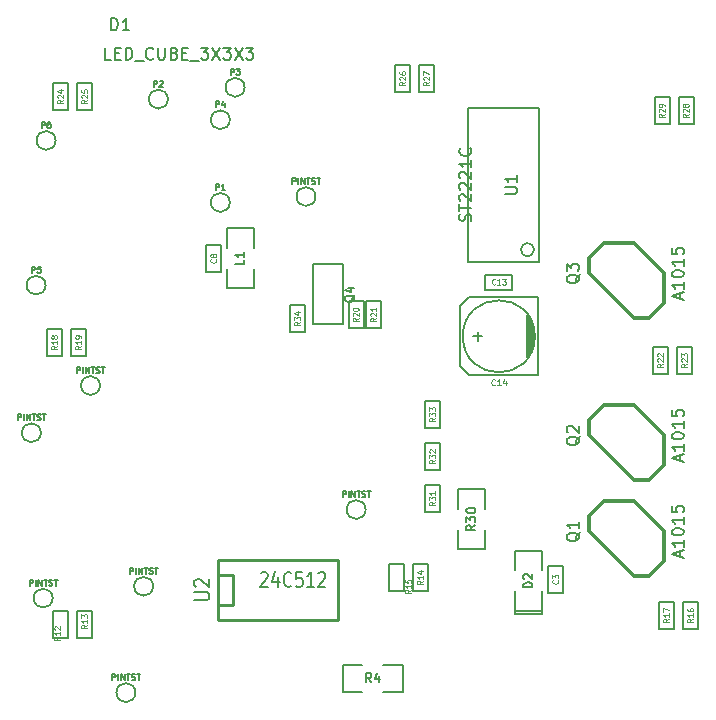
<source format=gto>
G04 (created by PCBNEW (2013-jul-07)-stable) date śro, 2 lis 2016, 23:07:26*
%MOIN*%
G04 Gerber Fmt 3.4, Leading zero omitted, Abs format*
%FSLAX34Y34*%
G01*
G70*
G90*
G04 APERTURE LIST*
%ADD10C,0.00590551*%
%ADD11C,0.012*%
%ADD12C,0.005*%
%ADD13C,0.01*%
%ADD14C,0.006*%
%ADD15C,0.008*%
%ADD16C,0.0055*%
%ADD17C,0.0051*%
%ADD18C,0.0045*%
%ADD19C,0.0047*%
G04 APERTURE END LIST*
G54D10*
G54D11*
X63266Y-35629D02*
X64766Y-37129D01*
X64766Y-37129D02*
X65266Y-37129D01*
X65266Y-37129D02*
X65766Y-36629D01*
X65766Y-36629D02*
X65766Y-35629D01*
X65766Y-35629D02*
X64766Y-34629D01*
X64766Y-34629D02*
X63766Y-34629D01*
X63766Y-34629D02*
X63266Y-35129D01*
X63266Y-35129D02*
X63266Y-35629D01*
X63266Y-41029D02*
X64766Y-42529D01*
X64766Y-42529D02*
X65266Y-42529D01*
X65266Y-42529D02*
X65766Y-42029D01*
X65766Y-42029D02*
X65766Y-41029D01*
X65766Y-41029D02*
X64766Y-40029D01*
X64766Y-40029D02*
X63766Y-40029D01*
X63766Y-40029D02*
X63266Y-40529D01*
X63266Y-40529D02*
X63266Y-41029D01*
X63266Y-44229D02*
X64766Y-45729D01*
X64766Y-45729D02*
X65266Y-45729D01*
X65266Y-45729D02*
X65766Y-45229D01*
X65766Y-45229D02*
X65766Y-44229D01*
X65766Y-44229D02*
X64766Y-43229D01*
X64766Y-43229D02*
X63766Y-43229D01*
X63766Y-43229D02*
X63266Y-43729D01*
X63266Y-43729D02*
X63266Y-44229D01*
G54D10*
X61614Y-35236D02*
X61614Y-35039D01*
X59251Y-35236D02*
X59251Y-35039D01*
X61440Y-34842D02*
G75*
G03X61440Y-34842I-220J0D01*
G74*
G01*
X59251Y-30118D02*
X61614Y-30118D01*
X61614Y-30118D02*
X61614Y-35039D01*
X61614Y-35236D02*
X59251Y-35236D01*
X59251Y-35039D02*
X59251Y-30118D01*
G54D12*
X51216Y-36129D02*
X52116Y-36129D01*
X52116Y-36129D02*
X52116Y-35479D01*
X51216Y-34779D02*
X51216Y-34129D01*
X51216Y-34129D02*
X52116Y-34129D01*
X52116Y-34129D02*
X52116Y-34779D01*
X51216Y-35479D02*
X51216Y-36129D01*
X57816Y-40779D02*
X57816Y-39879D01*
X57816Y-39879D02*
X58316Y-39879D01*
X58316Y-39879D02*
X58316Y-40779D01*
X58316Y-40779D02*
X57816Y-40779D01*
X58316Y-41279D02*
X58316Y-42179D01*
X58316Y-42179D02*
X57816Y-42179D01*
X57816Y-42179D02*
X57816Y-41279D01*
X57816Y-41279D02*
X58316Y-41279D01*
X57816Y-43579D02*
X57816Y-42679D01*
X57816Y-42679D02*
X58316Y-42679D01*
X58316Y-42679D02*
X58316Y-43579D01*
X58316Y-43579D02*
X57816Y-43579D01*
X51016Y-34679D02*
X51016Y-35579D01*
X51016Y-35579D02*
X50516Y-35579D01*
X50516Y-35579D02*
X50516Y-34679D01*
X50516Y-34679D02*
X51016Y-34679D01*
X53316Y-37579D02*
X53316Y-36679D01*
X53316Y-36679D02*
X53816Y-36679D01*
X53816Y-36679D02*
X53816Y-37579D01*
X53816Y-37579D02*
X53316Y-37579D01*
X57112Y-45313D02*
X57112Y-46213D01*
X57112Y-46213D02*
X56612Y-46213D01*
X56612Y-46213D02*
X56612Y-45313D01*
X56612Y-45313D02*
X57112Y-45313D01*
X46716Y-46879D02*
X46716Y-47779D01*
X46716Y-47779D02*
X46216Y-47779D01*
X46216Y-47779D02*
X46216Y-46879D01*
X46216Y-46879D02*
X46716Y-46879D01*
X57912Y-45313D02*
X57912Y-46213D01*
X57912Y-46213D02*
X57412Y-46213D01*
X57412Y-46213D02*
X57412Y-45313D01*
X57412Y-45313D02*
X57912Y-45313D01*
X45916Y-46879D02*
X45916Y-47779D01*
X45916Y-47779D02*
X45416Y-47779D01*
X45416Y-47779D02*
X45416Y-46879D01*
X45416Y-46879D02*
X45916Y-46879D01*
X46516Y-37479D02*
X46516Y-38379D01*
X46516Y-38379D02*
X46016Y-38379D01*
X46016Y-38379D02*
X46016Y-37479D01*
X46016Y-37479D02*
X46516Y-37479D01*
X66116Y-46574D02*
X66116Y-47474D01*
X66116Y-47474D02*
X65616Y-47474D01*
X65616Y-47474D02*
X65616Y-46574D01*
X65616Y-46574D02*
X66116Y-46574D01*
X45716Y-37479D02*
X45716Y-38379D01*
X45716Y-38379D02*
X45216Y-38379D01*
X45216Y-38379D02*
X45216Y-37479D01*
X45216Y-37479D02*
X45716Y-37479D01*
X66916Y-46574D02*
X66916Y-47474D01*
X66916Y-47474D02*
X66416Y-47474D01*
X66416Y-47474D02*
X66416Y-46574D01*
X66416Y-46574D02*
X66916Y-46574D01*
X66719Y-38072D02*
X66719Y-38972D01*
X66719Y-38972D02*
X66219Y-38972D01*
X66219Y-38972D02*
X66219Y-38072D01*
X66219Y-38072D02*
X66719Y-38072D01*
X56352Y-36557D02*
X56352Y-37457D01*
X56352Y-37457D02*
X55852Y-37457D01*
X55852Y-37457D02*
X55852Y-36557D01*
X55852Y-36557D02*
X56352Y-36557D01*
X65919Y-38072D02*
X65919Y-38972D01*
X65919Y-38972D02*
X65419Y-38972D01*
X65419Y-38972D02*
X65419Y-38072D01*
X65419Y-38072D02*
X65919Y-38072D01*
X55761Y-36557D02*
X55761Y-37457D01*
X55761Y-37457D02*
X55261Y-37457D01*
X55261Y-37457D02*
X55261Y-36557D01*
X55261Y-36557D02*
X55761Y-36557D01*
X46716Y-29279D02*
X46716Y-30179D01*
X46716Y-30179D02*
X46216Y-30179D01*
X46216Y-30179D02*
X46216Y-29279D01*
X46216Y-29279D02*
X46716Y-29279D01*
X60716Y-36179D02*
X59816Y-36179D01*
X59816Y-36179D02*
X59816Y-35679D01*
X59816Y-35679D02*
X60716Y-35679D01*
X60716Y-35679D02*
X60716Y-36179D01*
X66261Y-30658D02*
X66261Y-29758D01*
X66261Y-29758D02*
X66761Y-29758D01*
X66761Y-29758D02*
X66761Y-30658D01*
X66761Y-30658D02*
X66261Y-30658D01*
X65461Y-30658D02*
X65461Y-29758D01*
X65461Y-29758D02*
X65961Y-29758D01*
X65961Y-29758D02*
X65961Y-30658D01*
X65961Y-30658D02*
X65461Y-30658D01*
X45916Y-29279D02*
X45916Y-30179D01*
X45916Y-30179D02*
X45416Y-30179D01*
X45416Y-30179D02*
X45416Y-29279D01*
X45416Y-29279D02*
X45916Y-29279D01*
X56816Y-29579D02*
X56816Y-28679D01*
X56816Y-28679D02*
X57316Y-28679D01*
X57316Y-28679D02*
X57316Y-29579D01*
X57316Y-29579D02*
X56816Y-29579D01*
X57616Y-29579D02*
X57616Y-28679D01*
X57616Y-28679D02*
X58116Y-28679D01*
X58116Y-28679D02*
X58116Y-29579D01*
X58116Y-29579D02*
X57616Y-29579D01*
X61416Y-38029D02*
X61416Y-37429D01*
X61366Y-37279D02*
X61366Y-38179D01*
X61316Y-38279D02*
X61316Y-37179D01*
X61266Y-37079D02*
X61266Y-38379D01*
X61216Y-38429D02*
X61216Y-37029D01*
X61466Y-37729D02*
G75*
G03X61466Y-37729I-1200J0D01*
G74*
G01*
X61566Y-39029D02*
X61566Y-36429D01*
X61566Y-36429D02*
X59266Y-36429D01*
X59266Y-36429D02*
X58966Y-36729D01*
X58966Y-36729D02*
X58966Y-38729D01*
X58966Y-38729D02*
X59266Y-39029D01*
X59266Y-39029D02*
X61566Y-39029D01*
X59416Y-37729D02*
X59716Y-37729D01*
X59566Y-37879D02*
X59566Y-37579D01*
G54D13*
X50916Y-45679D02*
X51416Y-45679D01*
X51416Y-45679D02*
X51416Y-46679D01*
X51416Y-46679D02*
X50916Y-46679D01*
X50916Y-45179D02*
X54916Y-45179D01*
X54916Y-45179D02*
X54916Y-47179D01*
X54916Y-47179D02*
X50916Y-47179D01*
X50916Y-47179D02*
X50916Y-45179D01*
G54D14*
X54066Y-35329D02*
X55066Y-35329D01*
X55066Y-35329D02*
X55066Y-37329D01*
X55066Y-37329D02*
X54066Y-37329D01*
X54066Y-37329D02*
X54066Y-35329D01*
G54D12*
X57066Y-49579D02*
X57066Y-48679D01*
X57066Y-48679D02*
X56416Y-48679D01*
X55716Y-49579D02*
X55066Y-49579D01*
X55066Y-49579D02*
X55066Y-48679D01*
X55066Y-48679D02*
X55716Y-48679D01*
X56416Y-49579D02*
X57066Y-49579D01*
X58916Y-44829D02*
X59816Y-44829D01*
X59816Y-44829D02*
X59816Y-44179D01*
X58916Y-43479D02*
X58916Y-42829D01*
X58916Y-42829D02*
X59816Y-42829D01*
X59816Y-42829D02*
X59816Y-43479D01*
X58916Y-44179D02*
X58916Y-44829D01*
X51792Y-29429D02*
G75*
G03X51792Y-29429I-316J0D01*
G74*
G01*
X49233Y-29822D02*
G75*
G03X49233Y-29822I-316J0D01*
G74*
G01*
X51300Y-33267D02*
G75*
G03X51300Y-33267I-316J0D01*
G74*
G01*
X45158Y-36023D02*
G75*
G03X45158Y-36023I-316J0D01*
G74*
G01*
X45493Y-31200D02*
G75*
G03X45493Y-31200I-316J0D01*
G74*
G01*
X51300Y-30511D02*
G75*
G03X51300Y-30511I-316J0D01*
G74*
G01*
X62416Y-45379D02*
X62416Y-46279D01*
X62416Y-46279D02*
X61916Y-46279D01*
X61916Y-46279D02*
X61916Y-45379D01*
X61916Y-45379D02*
X62416Y-45379D01*
X60816Y-46879D02*
X60816Y-46979D01*
X60816Y-46979D02*
X61716Y-46979D01*
X61716Y-46979D02*
X61716Y-46879D01*
X60816Y-46879D02*
X61716Y-46879D01*
X61716Y-46879D02*
X61716Y-46229D01*
X60816Y-45529D02*
X60816Y-44879D01*
X60816Y-44879D02*
X61716Y-44879D01*
X61716Y-44879D02*
X61716Y-45529D01*
X60816Y-46229D02*
X60816Y-46879D01*
X45394Y-46456D02*
G75*
G03X45394Y-46456I-316J0D01*
G74*
G01*
X48150Y-49606D02*
G75*
G03X48150Y-49606I-316J0D01*
G74*
G01*
X46969Y-39370D02*
G75*
G03X46969Y-39370I-316J0D01*
G74*
G01*
X48741Y-46062D02*
G75*
G03X48741Y-46062I-316J0D01*
G74*
G01*
X54154Y-33070D02*
G75*
G03X54154Y-33070I-316J0D01*
G74*
G01*
X45001Y-40944D02*
G75*
G03X45001Y-40944I-316J0D01*
G74*
G01*
X55828Y-43503D02*
G75*
G03X55828Y-43503I-316J0D01*
G74*
G01*
G54D15*
X62966Y-35667D02*
X62947Y-35705D01*
X62908Y-35743D01*
X62851Y-35800D01*
X62832Y-35838D01*
X62832Y-35876D01*
X62928Y-35857D02*
X62908Y-35895D01*
X62870Y-35933D01*
X62794Y-35952D01*
X62661Y-35952D01*
X62585Y-35933D01*
X62547Y-35895D01*
X62528Y-35857D01*
X62528Y-35781D01*
X62547Y-35743D01*
X62585Y-35705D01*
X62661Y-35686D01*
X62794Y-35686D01*
X62870Y-35705D01*
X62908Y-35743D01*
X62928Y-35781D01*
X62928Y-35857D01*
X62528Y-35552D02*
X62528Y-35305D01*
X62680Y-35438D01*
X62680Y-35381D01*
X62699Y-35343D01*
X62718Y-35324D01*
X62756Y-35305D01*
X62851Y-35305D01*
X62889Y-35324D01*
X62908Y-35343D01*
X62928Y-35381D01*
X62928Y-35495D01*
X62908Y-35533D01*
X62889Y-35552D01*
X66313Y-36486D02*
X66313Y-36295D01*
X66428Y-36524D02*
X66028Y-36391D01*
X66428Y-36257D01*
X66428Y-35914D02*
X66428Y-36143D01*
X66428Y-36029D02*
X66028Y-36029D01*
X66085Y-36067D01*
X66123Y-36105D01*
X66142Y-36143D01*
X66028Y-35667D02*
X66028Y-35629D01*
X66047Y-35591D01*
X66066Y-35571D01*
X66104Y-35552D01*
X66180Y-35533D01*
X66275Y-35533D01*
X66351Y-35552D01*
X66389Y-35571D01*
X66408Y-35591D01*
X66428Y-35629D01*
X66428Y-35667D01*
X66408Y-35705D01*
X66389Y-35724D01*
X66351Y-35743D01*
X66275Y-35762D01*
X66180Y-35762D01*
X66104Y-35743D01*
X66066Y-35724D01*
X66047Y-35705D01*
X66028Y-35667D01*
X66428Y-35152D02*
X66428Y-35381D01*
X66428Y-35267D02*
X66028Y-35267D01*
X66085Y-35305D01*
X66123Y-35343D01*
X66142Y-35381D01*
X66028Y-34791D02*
X66028Y-34981D01*
X66218Y-35000D01*
X66199Y-34981D01*
X66180Y-34943D01*
X66180Y-34848D01*
X66199Y-34810D01*
X66218Y-34791D01*
X66256Y-34771D01*
X66351Y-34771D01*
X66389Y-34791D01*
X66408Y-34810D01*
X66428Y-34848D01*
X66428Y-34943D01*
X66408Y-34981D01*
X66389Y-35000D01*
X62966Y-41067D02*
X62947Y-41105D01*
X62908Y-41143D01*
X62851Y-41200D01*
X62832Y-41238D01*
X62832Y-41276D01*
X62928Y-41257D02*
X62908Y-41295D01*
X62870Y-41333D01*
X62794Y-41352D01*
X62661Y-41352D01*
X62585Y-41333D01*
X62547Y-41295D01*
X62528Y-41257D01*
X62528Y-41181D01*
X62547Y-41143D01*
X62585Y-41105D01*
X62661Y-41086D01*
X62794Y-41086D01*
X62870Y-41105D01*
X62908Y-41143D01*
X62928Y-41181D01*
X62928Y-41257D01*
X62566Y-40933D02*
X62547Y-40914D01*
X62528Y-40876D01*
X62528Y-40781D01*
X62547Y-40743D01*
X62566Y-40724D01*
X62604Y-40705D01*
X62642Y-40705D01*
X62699Y-40724D01*
X62928Y-40952D01*
X62928Y-40705D01*
X66313Y-41886D02*
X66313Y-41695D01*
X66428Y-41924D02*
X66028Y-41791D01*
X66428Y-41657D01*
X66428Y-41314D02*
X66428Y-41543D01*
X66428Y-41429D02*
X66028Y-41429D01*
X66085Y-41467D01*
X66123Y-41505D01*
X66142Y-41543D01*
X66028Y-41067D02*
X66028Y-41029D01*
X66047Y-40991D01*
X66066Y-40971D01*
X66104Y-40952D01*
X66180Y-40933D01*
X66275Y-40933D01*
X66351Y-40952D01*
X66389Y-40971D01*
X66408Y-40991D01*
X66428Y-41029D01*
X66428Y-41067D01*
X66408Y-41105D01*
X66389Y-41124D01*
X66351Y-41143D01*
X66275Y-41162D01*
X66180Y-41162D01*
X66104Y-41143D01*
X66066Y-41124D01*
X66047Y-41105D01*
X66028Y-41067D01*
X66428Y-40552D02*
X66428Y-40781D01*
X66428Y-40667D02*
X66028Y-40667D01*
X66085Y-40705D01*
X66123Y-40743D01*
X66142Y-40781D01*
X66028Y-40191D02*
X66028Y-40381D01*
X66218Y-40400D01*
X66199Y-40381D01*
X66180Y-40343D01*
X66180Y-40248D01*
X66199Y-40210D01*
X66218Y-40191D01*
X66256Y-40171D01*
X66351Y-40171D01*
X66389Y-40191D01*
X66408Y-40210D01*
X66428Y-40248D01*
X66428Y-40343D01*
X66408Y-40381D01*
X66389Y-40400D01*
X62966Y-44267D02*
X62947Y-44305D01*
X62908Y-44343D01*
X62851Y-44400D01*
X62832Y-44438D01*
X62832Y-44476D01*
X62928Y-44457D02*
X62908Y-44495D01*
X62870Y-44533D01*
X62794Y-44552D01*
X62661Y-44552D01*
X62585Y-44533D01*
X62547Y-44495D01*
X62528Y-44457D01*
X62528Y-44381D01*
X62547Y-44343D01*
X62585Y-44305D01*
X62661Y-44286D01*
X62794Y-44286D01*
X62870Y-44305D01*
X62908Y-44343D01*
X62928Y-44381D01*
X62928Y-44457D01*
X62928Y-43905D02*
X62928Y-44133D01*
X62928Y-44019D02*
X62528Y-44019D01*
X62585Y-44057D01*
X62623Y-44095D01*
X62642Y-44133D01*
X66313Y-45086D02*
X66313Y-44895D01*
X66428Y-45124D02*
X66028Y-44991D01*
X66428Y-44857D01*
X66428Y-44514D02*
X66428Y-44743D01*
X66428Y-44629D02*
X66028Y-44629D01*
X66085Y-44667D01*
X66123Y-44705D01*
X66142Y-44743D01*
X66028Y-44267D02*
X66028Y-44229D01*
X66047Y-44191D01*
X66066Y-44171D01*
X66104Y-44152D01*
X66180Y-44133D01*
X66275Y-44133D01*
X66351Y-44152D01*
X66389Y-44171D01*
X66408Y-44191D01*
X66428Y-44229D01*
X66428Y-44267D01*
X66408Y-44305D01*
X66389Y-44324D01*
X66351Y-44343D01*
X66275Y-44362D01*
X66180Y-44362D01*
X66104Y-44343D01*
X66066Y-44324D01*
X66047Y-44305D01*
X66028Y-44267D01*
X66428Y-43752D02*
X66428Y-43981D01*
X66428Y-43867D02*
X66028Y-43867D01*
X66085Y-43905D01*
X66123Y-43943D01*
X66142Y-43981D01*
X66028Y-43391D02*
X66028Y-43581D01*
X66218Y-43600D01*
X66199Y-43581D01*
X66180Y-43543D01*
X66180Y-43448D01*
X66199Y-43410D01*
X66218Y-43391D01*
X66256Y-43371D01*
X66351Y-43371D01*
X66389Y-43391D01*
X66408Y-43410D01*
X66428Y-43448D01*
X66428Y-43543D01*
X66408Y-43581D01*
X66389Y-43600D01*
G54D16*
X60473Y-32977D02*
X60792Y-32977D01*
X60830Y-32958D01*
X60848Y-32939D01*
X60867Y-32902D01*
X60867Y-32827D01*
X60848Y-32789D01*
X60830Y-32770D01*
X60792Y-32752D01*
X60473Y-32752D01*
X60867Y-32358D02*
X60867Y-32583D01*
X60867Y-32470D02*
X60473Y-32470D01*
X60529Y-32508D01*
X60567Y-32545D01*
X60586Y-32583D01*
G54D17*
X59323Y-33887D02*
X59342Y-33831D01*
X59342Y-33737D01*
X59323Y-33699D01*
X59305Y-33680D01*
X59267Y-33662D01*
X59229Y-33662D01*
X59192Y-33680D01*
X59173Y-33699D01*
X59154Y-33737D01*
X59136Y-33812D01*
X59117Y-33849D01*
X59098Y-33868D01*
X59061Y-33887D01*
X59023Y-33887D01*
X58986Y-33868D01*
X58967Y-33849D01*
X58948Y-33812D01*
X58948Y-33718D01*
X58967Y-33662D01*
X58948Y-33549D02*
X58948Y-33324D01*
X59342Y-33437D02*
X58948Y-33437D01*
X58986Y-33211D02*
X58967Y-33193D01*
X58948Y-33155D01*
X58948Y-33061D01*
X58967Y-33024D01*
X58986Y-33005D01*
X59023Y-32986D01*
X59061Y-32986D01*
X59117Y-33005D01*
X59342Y-33230D01*
X59342Y-32986D01*
X58986Y-32836D02*
X58967Y-32817D01*
X58948Y-32780D01*
X58948Y-32686D01*
X58967Y-32649D01*
X58986Y-32630D01*
X59023Y-32611D01*
X59061Y-32611D01*
X59117Y-32630D01*
X59342Y-32855D01*
X59342Y-32611D01*
X58986Y-32461D02*
X58967Y-32442D01*
X58948Y-32405D01*
X58948Y-32311D01*
X58967Y-32273D01*
X58986Y-32255D01*
X59023Y-32236D01*
X59061Y-32236D01*
X59117Y-32255D01*
X59342Y-32480D01*
X59342Y-32236D01*
X59342Y-31861D02*
X59342Y-32086D01*
X59342Y-31973D02*
X58948Y-31973D01*
X59004Y-32011D01*
X59042Y-32048D01*
X59061Y-32086D01*
X59305Y-31467D02*
X59323Y-31485D01*
X59342Y-31542D01*
X59342Y-31579D01*
X59323Y-31635D01*
X59286Y-31673D01*
X59248Y-31692D01*
X59173Y-31710D01*
X59117Y-31710D01*
X59042Y-31692D01*
X59004Y-31673D01*
X58967Y-31635D01*
X58948Y-31579D01*
X58948Y-31542D01*
X58967Y-31485D01*
X58986Y-31467D01*
G54D12*
X51787Y-35179D02*
X51787Y-35321D01*
X51487Y-35321D01*
X51787Y-34921D02*
X51787Y-35093D01*
X51787Y-35007D02*
X51487Y-35007D01*
X51530Y-35036D01*
X51558Y-35064D01*
X51573Y-35093D01*
G54D18*
X58147Y-40444D02*
X58051Y-40504D01*
X58147Y-40547D02*
X57947Y-40547D01*
X57947Y-40479D01*
X57956Y-40461D01*
X57966Y-40453D01*
X57985Y-40444D01*
X58013Y-40444D01*
X58032Y-40453D01*
X58042Y-40461D01*
X58051Y-40479D01*
X58051Y-40547D01*
X57947Y-40384D02*
X57947Y-40273D01*
X58023Y-40333D01*
X58023Y-40307D01*
X58032Y-40290D01*
X58042Y-40281D01*
X58061Y-40273D01*
X58108Y-40273D01*
X58128Y-40281D01*
X58137Y-40290D01*
X58147Y-40307D01*
X58147Y-40359D01*
X58137Y-40376D01*
X58128Y-40384D01*
X57947Y-40213D02*
X57947Y-40101D01*
X58023Y-40161D01*
X58023Y-40136D01*
X58032Y-40119D01*
X58042Y-40110D01*
X58061Y-40101D01*
X58108Y-40101D01*
X58128Y-40110D01*
X58137Y-40119D01*
X58147Y-40136D01*
X58147Y-40187D01*
X58137Y-40204D01*
X58128Y-40213D01*
X58147Y-41844D02*
X58051Y-41904D01*
X58147Y-41947D02*
X57947Y-41947D01*
X57947Y-41879D01*
X57956Y-41861D01*
X57966Y-41853D01*
X57985Y-41844D01*
X58013Y-41844D01*
X58032Y-41853D01*
X58042Y-41861D01*
X58051Y-41879D01*
X58051Y-41947D01*
X57947Y-41784D02*
X57947Y-41673D01*
X58023Y-41733D01*
X58023Y-41707D01*
X58032Y-41690D01*
X58042Y-41681D01*
X58061Y-41673D01*
X58108Y-41673D01*
X58128Y-41681D01*
X58137Y-41690D01*
X58147Y-41707D01*
X58147Y-41759D01*
X58137Y-41776D01*
X58128Y-41784D01*
X57966Y-41604D02*
X57956Y-41596D01*
X57947Y-41579D01*
X57947Y-41536D01*
X57956Y-41519D01*
X57966Y-41510D01*
X57985Y-41501D01*
X58004Y-41501D01*
X58032Y-41510D01*
X58147Y-41613D01*
X58147Y-41501D01*
X58147Y-43244D02*
X58051Y-43304D01*
X58147Y-43347D02*
X57947Y-43347D01*
X57947Y-43279D01*
X57956Y-43261D01*
X57966Y-43253D01*
X57985Y-43244D01*
X58013Y-43244D01*
X58032Y-43253D01*
X58042Y-43261D01*
X58051Y-43279D01*
X58051Y-43347D01*
X57947Y-43184D02*
X57947Y-43073D01*
X58023Y-43133D01*
X58023Y-43107D01*
X58032Y-43090D01*
X58042Y-43081D01*
X58061Y-43073D01*
X58108Y-43073D01*
X58128Y-43081D01*
X58137Y-43090D01*
X58147Y-43107D01*
X58147Y-43159D01*
X58137Y-43176D01*
X58128Y-43184D01*
X58147Y-42901D02*
X58147Y-43004D01*
X58147Y-42953D02*
X57947Y-42953D01*
X57975Y-42970D01*
X57994Y-42987D01*
X58004Y-43004D01*
X50828Y-35159D02*
X50837Y-35167D01*
X50847Y-35193D01*
X50847Y-35210D01*
X50837Y-35236D01*
X50818Y-35253D01*
X50799Y-35261D01*
X50761Y-35270D01*
X50732Y-35270D01*
X50694Y-35261D01*
X50675Y-35253D01*
X50656Y-35236D01*
X50647Y-35210D01*
X50647Y-35193D01*
X50656Y-35167D01*
X50666Y-35159D01*
X50732Y-35056D02*
X50723Y-35073D01*
X50713Y-35081D01*
X50694Y-35090D01*
X50685Y-35090D01*
X50666Y-35081D01*
X50656Y-35073D01*
X50647Y-35056D01*
X50647Y-35021D01*
X50656Y-35004D01*
X50666Y-34996D01*
X50685Y-34987D01*
X50694Y-34987D01*
X50713Y-34996D01*
X50723Y-35004D01*
X50732Y-35021D01*
X50732Y-35056D01*
X50742Y-35073D01*
X50751Y-35081D01*
X50770Y-35090D01*
X50808Y-35090D01*
X50828Y-35081D01*
X50837Y-35073D01*
X50847Y-35056D01*
X50847Y-35021D01*
X50837Y-35004D01*
X50828Y-34996D01*
X50808Y-34987D01*
X50770Y-34987D01*
X50751Y-34996D01*
X50742Y-35004D01*
X50732Y-35021D01*
X53647Y-37244D02*
X53551Y-37304D01*
X53647Y-37347D02*
X53447Y-37347D01*
X53447Y-37279D01*
X53456Y-37261D01*
X53466Y-37253D01*
X53485Y-37244D01*
X53513Y-37244D01*
X53532Y-37253D01*
X53542Y-37261D01*
X53551Y-37279D01*
X53551Y-37347D01*
X53447Y-37184D02*
X53447Y-37073D01*
X53523Y-37133D01*
X53523Y-37107D01*
X53532Y-37090D01*
X53542Y-37081D01*
X53561Y-37073D01*
X53608Y-37073D01*
X53628Y-37081D01*
X53637Y-37090D01*
X53647Y-37107D01*
X53647Y-37159D01*
X53637Y-37176D01*
X53628Y-37184D01*
X53513Y-36919D02*
X53647Y-36919D01*
X53437Y-36961D02*
X53580Y-37004D01*
X53580Y-36893D01*
X57343Y-46179D02*
X57248Y-46239D01*
X57343Y-46282D02*
X57143Y-46282D01*
X57143Y-46213D01*
X57153Y-46196D01*
X57162Y-46188D01*
X57182Y-46179D01*
X57210Y-46179D01*
X57229Y-46188D01*
X57239Y-46196D01*
X57248Y-46213D01*
X57248Y-46282D01*
X57343Y-46008D02*
X57343Y-46110D01*
X57343Y-46059D02*
X57143Y-46059D01*
X57172Y-46076D01*
X57191Y-46093D01*
X57201Y-46110D01*
X57143Y-45845D02*
X57143Y-45930D01*
X57239Y-45939D01*
X57229Y-45930D01*
X57220Y-45913D01*
X57220Y-45870D01*
X57229Y-45853D01*
X57239Y-45845D01*
X57258Y-45836D01*
X57305Y-45836D01*
X57324Y-45845D01*
X57334Y-45853D01*
X57343Y-45870D01*
X57343Y-45913D01*
X57334Y-45930D01*
X57324Y-45939D01*
X46547Y-47344D02*
X46451Y-47404D01*
X46547Y-47447D02*
X46347Y-47447D01*
X46347Y-47379D01*
X46356Y-47361D01*
X46366Y-47353D01*
X46385Y-47344D01*
X46413Y-47344D01*
X46432Y-47353D01*
X46442Y-47361D01*
X46451Y-47379D01*
X46451Y-47447D01*
X46547Y-47173D02*
X46547Y-47276D01*
X46547Y-47224D02*
X46347Y-47224D01*
X46375Y-47241D01*
X46394Y-47259D01*
X46404Y-47276D01*
X46347Y-47113D02*
X46347Y-47001D01*
X46423Y-47061D01*
X46423Y-47036D01*
X46432Y-47019D01*
X46442Y-47010D01*
X46461Y-47001D01*
X46508Y-47001D01*
X46528Y-47010D01*
X46537Y-47019D01*
X46547Y-47036D01*
X46547Y-47087D01*
X46537Y-47104D01*
X46528Y-47113D01*
X57743Y-45879D02*
X57648Y-45939D01*
X57743Y-45982D02*
X57543Y-45982D01*
X57543Y-45913D01*
X57553Y-45896D01*
X57562Y-45888D01*
X57582Y-45879D01*
X57610Y-45879D01*
X57629Y-45888D01*
X57639Y-45896D01*
X57648Y-45913D01*
X57648Y-45982D01*
X57743Y-45708D02*
X57743Y-45810D01*
X57743Y-45759D02*
X57543Y-45759D01*
X57572Y-45776D01*
X57591Y-45793D01*
X57601Y-45810D01*
X57610Y-45553D02*
X57743Y-45553D01*
X57534Y-45596D02*
X57677Y-45639D01*
X57677Y-45528D01*
X45647Y-47744D02*
X45551Y-47804D01*
X45647Y-47847D02*
X45447Y-47847D01*
X45447Y-47779D01*
X45456Y-47761D01*
X45466Y-47753D01*
X45485Y-47744D01*
X45513Y-47744D01*
X45532Y-47753D01*
X45542Y-47761D01*
X45551Y-47779D01*
X45551Y-47847D01*
X45647Y-47573D02*
X45647Y-47676D01*
X45647Y-47624D02*
X45447Y-47624D01*
X45475Y-47641D01*
X45494Y-47659D01*
X45504Y-47676D01*
X45466Y-47504D02*
X45456Y-47496D01*
X45447Y-47479D01*
X45447Y-47436D01*
X45456Y-47419D01*
X45466Y-47410D01*
X45485Y-47401D01*
X45504Y-47401D01*
X45532Y-47410D01*
X45647Y-47513D01*
X45647Y-47401D01*
X46347Y-38044D02*
X46251Y-38104D01*
X46347Y-38147D02*
X46147Y-38147D01*
X46147Y-38079D01*
X46156Y-38061D01*
X46166Y-38053D01*
X46185Y-38044D01*
X46213Y-38044D01*
X46232Y-38053D01*
X46242Y-38061D01*
X46251Y-38079D01*
X46251Y-38147D01*
X46347Y-37873D02*
X46347Y-37976D01*
X46347Y-37924D02*
X46147Y-37924D01*
X46175Y-37941D01*
X46194Y-37959D01*
X46204Y-37976D01*
X46347Y-37787D02*
X46347Y-37753D01*
X46337Y-37736D01*
X46328Y-37727D01*
X46299Y-37710D01*
X46261Y-37701D01*
X46185Y-37701D01*
X46166Y-37710D01*
X46156Y-37719D01*
X46147Y-37736D01*
X46147Y-37770D01*
X46156Y-37787D01*
X46166Y-37796D01*
X46185Y-37804D01*
X46232Y-37804D01*
X46251Y-37796D01*
X46261Y-37787D01*
X46270Y-37770D01*
X46270Y-37736D01*
X46261Y-37719D01*
X46251Y-37710D01*
X46232Y-37701D01*
X65947Y-47140D02*
X65851Y-47200D01*
X65947Y-47242D02*
X65747Y-47242D01*
X65747Y-47174D01*
X65756Y-47157D01*
X65766Y-47148D01*
X65785Y-47140D01*
X65813Y-47140D01*
X65832Y-47148D01*
X65842Y-47157D01*
X65851Y-47174D01*
X65851Y-47242D01*
X65947Y-46968D02*
X65947Y-47071D01*
X65947Y-47020D02*
X65747Y-47020D01*
X65775Y-47037D01*
X65794Y-47054D01*
X65804Y-47071D01*
X65747Y-46908D02*
X65747Y-46788D01*
X65947Y-46865D01*
X45547Y-38044D02*
X45451Y-38104D01*
X45547Y-38147D02*
X45347Y-38147D01*
X45347Y-38079D01*
X45356Y-38061D01*
X45366Y-38053D01*
X45385Y-38044D01*
X45413Y-38044D01*
X45432Y-38053D01*
X45442Y-38061D01*
X45451Y-38079D01*
X45451Y-38147D01*
X45547Y-37873D02*
X45547Y-37976D01*
X45547Y-37924D02*
X45347Y-37924D01*
X45375Y-37941D01*
X45394Y-37959D01*
X45404Y-37976D01*
X45432Y-37770D02*
X45423Y-37787D01*
X45413Y-37796D01*
X45394Y-37804D01*
X45385Y-37804D01*
X45366Y-37796D01*
X45356Y-37787D01*
X45347Y-37770D01*
X45347Y-37736D01*
X45356Y-37719D01*
X45366Y-37710D01*
X45385Y-37701D01*
X45394Y-37701D01*
X45413Y-37710D01*
X45423Y-37719D01*
X45432Y-37736D01*
X45432Y-37770D01*
X45442Y-37787D01*
X45451Y-37796D01*
X45470Y-37804D01*
X45508Y-37804D01*
X45528Y-37796D01*
X45537Y-37787D01*
X45547Y-37770D01*
X45547Y-37736D01*
X45537Y-37719D01*
X45528Y-37710D01*
X45508Y-37701D01*
X45470Y-37701D01*
X45451Y-37710D01*
X45442Y-37719D01*
X45432Y-37736D01*
X66747Y-47140D02*
X66651Y-47200D01*
X66747Y-47242D02*
X66547Y-47242D01*
X66547Y-47174D01*
X66556Y-47157D01*
X66566Y-47148D01*
X66585Y-47140D01*
X66613Y-47140D01*
X66632Y-47148D01*
X66642Y-47157D01*
X66651Y-47174D01*
X66651Y-47242D01*
X66747Y-46968D02*
X66747Y-47071D01*
X66747Y-47020D02*
X66547Y-47020D01*
X66575Y-47037D01*
X66594Y-47054D01*
X66604Y-47071D01*
X66547Y-46814D02*
X66547Y-46848D01*
X66556Y-46865D01*
X66566Y-46874D01*
X66594Y-46891D01*
X66632Y-46900D01*
X66708Y-46900D01*
X66728Y-46891D01*
X66737Y-46882D01*
X66747Y-46865D01*
X66747Y-46831D01*
X66737Y-46814D01*
X66728Y-46805D01*
X66708Y-46797D01*
X66661Y-46797D01*
X66642Y-46805D01*
X66632Y-46814D01*
X66623Y-46831D01*
X66623Y-46865D01*
X66632Y-46882D01*
X66642Y-46891D01*
X66661Y-46900D01*
X66550Y-38638D02*
X66455Y-38698D01*
X66550Y-38741D02*
X66350Y-38741D01*
X66350Y-38672D01*
X66359Y-38655D01*
X66369Y-38647D01*
X66388Y-38638D01*
X66416Y-38638D01*
X66435Y-38647D01*
X66445Y-38655D01*
X66455Y-38672D01*
X66455Y-38741D01*
X66369Y-38569D02*
X66359Y-38561D01*
X66350Y-38544D01*
X66350Y-38501D01*
X66359Y-38484D01*
X66369Y-38475D01*
X66388Y-38467D01*
X66407Y-38467D01*
X66435Y-38475D01*
X66550Y-38578D01*
X66550Y-38467D01*
X66350Y-38407D02*
X66350Y-38295D01*
X66426Y-38355D01*
X66426Y-38329D01*
X66435Y-38312D01*
X66445Y-38304D01*
X66464Y-38295D01*
X66512Y-38295D01*
X66531Y-38304D01*
X66540Y-38312D01*
X66550Y-38329D01*
X66550Y-38381D01*
X66540Y-38398D01*
X66531Y-38407D01*
X56183Y-37123D02*
X56088Y-37183D01*
X56183Y-37226D02*
X55983Y-37226D01*
X55983Y-37157D01*
X55992Y-37140D01*
X56002Y-37132D01*
X56021Y-37123D01*
X56049Y-37123D01*
X56069Y-37132D01*
X56078Y-37140D01*
X56088Y-37157D01*
X56088Y-37226D01*
X56002Y-37055D02*
X55992Y-37046D01*
X55983Y-37029D01*
X55983Y-36986D01*
X55992Y-36969D01*
X56002Y-36960D01*
X56021Y-36952D01*
X56040Y-36952D01*
X56069Y-36960D01*
X56183Y-37063D01*
X56183Y-36952D01*
X56183Y-36780D02*
X56183Y-36883D01*
X56183Y-36832D02*
X55983Y-36832D01*
X56011Y-36849D01*
X56030Y-36866D01*
X56040Y-36883D01*
X65750Y-38638D02*
X65655Y-38698D01*
X65750Y-38741D02*
X65550Y-38741D01*
X65550Y-38672D01*
X65559Y-38655D01*
X65569Y-38647D01*
X65588Y-38638D01*
X65616Y-38638D01*
X65635Y-38647D01*
X65645Y-38655D01*
X65655Y-38672D01*
X65655Y-38741D01*
X65569Y-38569D02*
X65559Y-38561D01*
X65550Y-38544D01*
X65550Y-38501D01*
X65559Y-38484D01*
X65569Y-38475D01*
X65588Y-38467D01*
X65607Y-38467D01*
X65635Y-38475D01*
X65750Y-38578D01*
X65750Y-38467D01*
X65569Y-38398D02*
X65559Y-38389D01*
X65550Y-38372D01*
X65550Y-38329D01*
X65559Y-38312D01*
X65569Y-38304D01*
X65588Y-38295D01*
X65607Y-38295D01*
X65635Y-38304D01*
X65750Y-38407D01*
X65750Y-38295D01*
X55592Y-37123D02*
X55497Y-37183D01*
X55592Y-37226D02*
X55392Y-37226D01*
X55392Y-37157D01*
X55402Y-37140D01*
X55411Y-37132D01*
X55430Y-37123D01*
X55459Y-37123D01*
X55478Y-37132D01*
X55488Y-37140D01*
X55497Y-37157D01*
X55497Y-37226D01*
X55411Y-37055D02*
X55402Y-37046D01*
X55392Y-37029D01*
X55392Y-36986D01*
X55402Y-36969D01*
X55411Y-36960D01*
X55430Y-36952D01*
X55449Y-36952D01*
X55478Y-36960D01*
X55592Y-37063D01*
X55592Y-36952D01*
X55392Y-36840D02*
X55392Y-36823D01*
X55402Y-36806D01*
X55411Y-36797D01*
X55430Y-36789D01*
X55468Y-36780D01*
X55516Y-36780D01*
X55554Y-36789D01*
X55573Y-36797D01*
X55583Y-36806D01*
X55592Y-36823D01*
X55592Y-36840D01*
X55583Y-36857D01*
X55573Y-36866D01*
X55554Y-36875D01*
X55516Y-36883D01*
X55468Y-36883D01*
X55430Y-36875D01*
X55411Y-36866D01*
X55402Y-36857D01*
X55392Y-36840D01*
X46547Y-29844D02*
X46451Y-29904D01*
X46547Y-29947D02*
X46347Y-29947D01*
X46347Y-29879D01*
X46356Y-29861D01*
X46366Y-29853D01*
X46385Y-29844D01*
X46413Y-29844D01*
X46432Y-29853D01*
X46442Y-29861D01*
X46451Y-29879D01*
X46451Y-29947D01*
X46366Y-29776D02*
X46356Y-29767D01*
X46347Y-29750D01*
X46347Y-29707D01*
X46356Y-29690D01*
X46366Y-29681D01*
X46385Y-29673D01*
X46404Y-29673D01*
X46432Y-29681D01*
X46547Y-29784D01*
X46547Y-29673D01*
X46347Y-29510D02*
X46347Y-29596D01*
X46442Y-29604D01*
X46432Y-29596D01*
X46423Y-29579D01*
X46423Y-29536D01*
X46432Y-29519D01*
X46442Y-29510D01*
X46461Y-29501D01*
X46508Y-29501D01*
X46528Y-29510D01*
X46537Y-29519D01*
X46547Y-29536D01*
X46547Y-29579D01*
X46537Y-29596D01*
X46528Y-29604D01*
X60150Y-35991D02*
X60141Y-36000D01*
X60116Y-36010D01*
X60098Y-36010D01*
X60073Y-36000D01*
X60056Y-35981D01*
X60047Y-35962D01*
X60038Y-35924D01*
X60038Y-35895D01*
X60047Y-35857D01*
X60056Y-35838D01*
X60073Y-35819D01*
X60098Y-35810D01*
X60116Y-35810D01*
X60141Y-35819D01*
X60150Y-35829D01*
X60321Y-36010D02*
X60218Y-36010D01*
X60270Y-36010D02*
X60270Y-35810D01*
X60253Y-35838D01*
X60236Y-35857D01*
X60218Y-35867D01*
X60381Y-35810D02*
X60493Y-35810D01*
X60433Y-35886D01*
X60458Y-35886D01*
X60476Y-35895D01*
X60484Y-35905D01*
X60493Y-35924D01*
X60493Y-35971D01*
X60484Y-35991D01*
X60476Y-36000D01*
X60458Y-36010D01*
X60407Y-36010D01*
X60390Y-36000D01*
X60381Y-35991D01*
X66591Y-30324D02*
X66496Y-30384D01*
X66591Y-30427D02*
X66391Y-30427D01*
X66391Y-30358D01*
X66401Y-30341D01*
X66411Y-30332D01*
X66430Y-30324D01*
X66458Y-30324D01*
X66477Y-30332D01*
X66487Y-30341D01*
X66496Y-30358D01*
X66496Y-30427D01*
X66411Y-30255D02*
X66401Y-30247D01*
X66391Y-30230D01*
X66391Y-30187D01*
X66401Y-30170D01*
X66411Y-30161D01*
X66430Y-30152D01*
X66449Y-30152D01*
X66477Y-30161D01*
X66591Y-30264D01*
X66591Y-30152D01*
X66477Y-30050D02*
X66468Y-30067D01*
X66458Y-30075D01*
X66439Y-30084D01*
X66430Y-30084D01*
X66411Y-30075D01*
X66401Y-30067D01*
X66391Y-30050D01*
X66391Y-30015D01*
X66401Y-29998D01*
X66411Y-29990D01*
X66430Y-29981D01*
X66439Y-29981D01*
X66458Y-29990D01*
X66468Y-29998D01*
X66477Y-30015D01*
X66477Y-30050D01*
X66487Y-30067D01*
X66496Y-30075D01*
X66515Y-30084D01*
X66553Y-30084D01*
X66572Y-30075D01*
X66582Y-30067D01*
X66591Y-30050D01*
X66591Y-30015D01*
X66582Y-29998D01*
X66572Y-29990D01*
X66553Y-29981D01*
X66515Y-29981D01*
X66496Y-29990D01*
X66487Y-29998D01*
X66477Y-30015D01*
X65791Y-30324D02*
X65696Y-30384D01*
X65791Y-30427D02*
X65591Y-30427D01*
X65591Y-30358D01*
X65601Y-30341D01*
X65611Y-30332D01*
X65630Y-30324D01*
X65658Y-30324D01*
X65677Y-30332D01*
X65687Y-30341D01*
X65696Y-30358D01*
X65696Y-30427D01*
X65611Y-30255D02*
X65601Y-30247D01*
X65591Y-30230D01*
X65591Y-30187D01*
X65601Y-30170D01*
X65611Y-30161D01*
X65630Y-30152D01*
X65649Y-30152D01*
X65677Y-30161D01*
X65791Y-30264D01*
X65791Y-30152D01*
X65791Y-30067D02*
X65791Y-30032D01*
X65782Y-30015D01*
X65772Y-30007D01*
X65744Y-29990D01*
X65706Y-29981D01*
X65630Y-29981D01*
X65611Y-29990D01*
X65601Y-29998D01*
X65591Y-30015D01*
X65591Y-30050D01*
X65601Y-30067D01*
X65611Y-30075D01*
X65630Y-30084D01*
X65677Y-30084D01*
X65696Y-30075D01*
X65706Y-30067D01*
X65715Y-30050D01*
X65715Y-30015D01*
X65706Y-29998D01*
X65696Y-29990D01*
X65677Y-29981D01*
X45747Y-29844D02*
X45651Y-29904D01*
X45747Y-29947D02*
X45547Y-29947D01*
X45547Y-29879D01*
X45556Y-29861D01*
X45566Y-29853D01*
X45585Y-29844D01*
X45613Y-29844D01*
X45632Y-29853D01*
X45642Y-29861D01*
X45651Y-29879D01*
X45651Y-29947D01*
X45566Y-29776D02*
X45556Y-29767D01*
X45547Y-29750D01*
X45547Y-29707D01*
X45556Y-29690D01*
X45566Y-29681D01*
X45585Y-29673D01*
X45604Y-29673D01*
X45632Y-29681D01*
X45747Y-29784D01*
X45747Y-29673D01*
X45613Y-29519D02*
X45747Y-29519D01*
X45537Y-29561D02*
X45680Y-29604D01*
X45680Y-29493D01*
X57147Y-29244D02*
X57051Y-29304D01*
X57147Y-29347D02*
X56947Y-29347D01*
X56947Y-29279D01*
X56956Y-29261D01*
X56966Y-29253D01*
X56985Y-29244D01*
X57013Y-29244D01*
X57032Y-29253D01*
X57042Y-29261D01*
X57051Y-29279D01*
X57051Y-29347D01*
X56966Y-29176D02*
X56956Y-29167D01*
X56947Y-29150D01*
X56947Y-29107D01*
X56956Y-29090D01*
X56966Y-29081D01*
X56985Y-29073D01*
X57004Y-29073D01*
X57032Y-29081D01*
X57147Y-29184D01*
X57147Y-29073D01*
X56947Y-28919D02*
X56947Y-28953D01*
X56956Y-28970D01*
X56966Y-28979D01*
X56994Y-28996D01*
X57032Y-29004D01*
X57108Y-29004D01*
X57128Y-28996D01*
X57137Y-28987D01*
X57147Y-28970D01*
X57147Y-28936D01*
X57137Y-28919D01*
X57128Y-28910D01*
X57108Y-28901D01*
X57061Y-28901D01*
X57042Y-28910D01*
X57032Y-28919D01*
X57023Y-28936D01*
X57023Y-28970D01*
X57032Y-28987D01*
X57042Y-28996D01*
X57061Y-29004D01*
X57947Y-29244D02*
X57851Y-29304D01*
X57947Y-29347D02*
X57747Y-29347D01*
X57747Y-29279D01*
X57756Y-29261D01*
X57766Y-29253D01*
X57785Y-29244D01*
X57813Y-29244D01*
X57832Y-29253D01*
X57842Y-29261D01*
X57851Y-29279D01*
X57851Y-29347D01*
X57766Y-29176D02*
X57756Y-29167D01*
X57747Y-29150D01*
X57747Y-29107D01*
X57756Y-29090D01*
X57766Y-29081D01*
X57785Y-29073D01*
X57804Y-29073D01*
X57832Y-29081D01*
X57947Y-29184D01*
X57947Y-29073D01*
X57747Y-29013D02*
X57747Y-28893D01*
X57947Y-28970D01*
G54D10*
X47347Y-27521D02*
X47347Y-27127D01*
X47440Y-27127D01*
X47497Y-27146D01*
X47534Y-27184D01*
X47553Y-27221D01*
X47572Y-27296D01*
X47572Y-27352D01*
X47553Y-27427D01*
X47534Y-27465D01*
X47497Y-27502D01*
X47440Y-27521D01*
X47347Y-27521D01*
X47947Y-27521D02*
X47722Y-27521D01*
X47834Y-27521D02*
X47834Y-27127D01*
X47797Y-27184D01*
X47759Y-27221D01*
X47722Y-27240D01*
X47337Y-28505D02*
X47150Y-28505D01*
X47150Y-28112D01*
X47469Y-28299D02*
X47600Y-28299D01*
X47656Y-28505D02*
X47469Y-28505D01*
X47469Y-28112D01*
X47656Y-28112D01*
X47825Y-28505D02*
X47825Y-28112D01*
X47919Y-28112D01*
X47975Y-28130D01*
X48012Y-28168D01*
X48031Y-28205D01*
X48050Y-28280D01*
X48050Y-28337D01*
X48031Y-28412D01*
X48012Y-28449D01*
X47975Y-28487D01*
X47919Y-28505D01*
X47825Y-28505D01*
X48125Y-28543D02*
X48425Y-28543D01*
X48743Y-28468D02*
X48725Y-28487D01*
X48668Y-28505D01*
X48631Y-28505D01*
X48575Y-28487D01*
X48537Y-28449D01*
X48518Y-28412D01*
X48500Y-28337D01*
X48500Y-28280D01*
X48518Y-28205D01*
X48537Y-28168D01*
X48575Y-28130D01*
X48631Y-28112D01*
X48668Y-28112D01*
X48725Y-28130D01*
X48743Y-28149D01*
X48912Y-28112D02*
X48912Y-28430D01*
X48931Y-28468D01*
X48950Y-28487D01*
X48987Y-28505D01*
X49062Y-28505D01*
X49100Y-28487D01*
X49118Y-28468D01*
X49137Y-28430D01*
X49137Y-28112D01*
X49456Y-28299D02*
X49512Y-28318D01*
X49531Y-28337D01*
X49550Y-28374D01*
X49550Y-28430D01*
X49531Y-28468D01*
X49512Y-28487D01*
X49475Y-28505D01*
X49325Y-28505D01*
X49325Y-28112D01*
X49456Y-28112D01*
X49493Y-28130D01*
X49512Y-28149D01*
X49531Y-28187D01*
X49531Y-28224D01*
X49512Y-28262D01*
X49493Y-28280D01*
X49456Y-28299D01*
X49325Y-28299D01*
X49718Y-28299D02*
X49850Y-28299D01*
X49906Y-28505D02*
X49718Y-28505D01*
X49718Y-28112D01*
X49906Y-28112D01*
X49981Y-28543D02*
X50281Y-28543D01*
X50337Y-28112D02*
X50581Y-28112D01*
X50449Y-28262D01*
X50506Y-28262D01*
X50543Y-28280D01*
X50562Y-28299D01*
X50581Y-28337D01*
X50581Y-28430D01*
X50562Y-28468D01*
X50543Y-28487D01*
X50506Y-28505D01*
X50393Y-28505D01*
X50356Y-28487D01*
X50337Y-28468D01*
X50712Y-28112D02*
X50974Y-28505D01*
X50974Y-28112D02*
X50712Y-28505D01*
X51087Y-28112D02*
X51331Y-28112D01*
X51199Y-28262D01*
X51256Y-28262D01*
X51293Y-28280D01*
X51312Y-28299D01*
X51331Y-28337D01*
X51331Y-28430D01*
X51312Y-28468D01*
X51293Y-28487D01*
X51256Y-28505D01*
X51143Y-28505D01*
X51106Y-28487D01*
X51087Y-28468D01*
X51462Y-28112D02*
X51724Y-28505D01*
X51724Y-28112D02*
X51462Y-28505D01*
X51837Y-28112D02*
X52080Y-28112D01*
X51949Y-28262D01*
X52005Y-28262D01*
X52043Y-28280D01*
X52062Y-28299D01*
X52080Y-28337D01*
X52080Y-28430D01*
X52062Y-28468D01*
X52043Y-28487D01*
X52005Y-28505D01*
X51893Y-28505D01*
X51856Y-28487D01*
X51837Y-28468D01*
G54D19*
X60139Y-39340D02*
X60130Y-39349D01*
X60101Y-39358D01*
X60083Y-39358D01*
X60055Y-39349D01*
X60036Y-39330D01*
X60026Y-39311D01*
X60017Y-39274D01*
X60017Y-39246D01*
X60026Y-39208D01*
X60036Y-39190D01*
X60055Y-39171D01*
X60083Y-39161D01*
X60101Y-39161D01*
X60130Y-39171D01*
X60139Y-39180D01*
X60327Y-39358D02*
X60214Y-39358D01*
X60270Y-39358D02*
X60270Y-39161D01*
X60252Y-39190D01*
X60233Y-39208D01*
X60214Y-39218D01*
X60495Y-39227D02*
X60495Y-39358D01*
X60449Y-39152D02*
X60402Y-39293D01*
X60524Y-39293D01*
G54D15*
X50118Y-46521D02*
X50523Y-46521D01*
X50570Y-46500D01*
X50594Y-46479D01*
X50618Y-46436D01*
X50618Y-46350D01*
X50594Y-46307D01*
X50570Y-46286D01*
X50523Y-46264D01*
X50118Y-46264D01*
X50166Y-46071D02*
X50142Y-46050D01*
X50118Y-46007D01*
X50118Y-45900D01*
X50142Y-45857D01*
X50166Y-45836D01*
X50213Y-45814D01*
X50261Y-45814D01*
X50332Y-45836D01*
X50618Y-46093D01*
X50618Y-45814D01*
X52332Y-45633D02*
X52351Y-45610D01*
X52389Y-45586D01*
X52484Y-45586D01*
X52522Y-45610D01*
X52541Y-45633D01*
X52560Y-45681D01*
X52560Y-45729D01*
X52541Y-45800D01*
X52313Y-46086D01*
X52560Y-46086D01*
X52903Y-45752D02*
X52903Y-46086D01*
X52808Y-45562D02*
X52713Y-45919D01*
X52960Y-45919D01*
X53341Y-46038D02*
X53322Y-46062D01*
X53265Y-46086D01*
X53227Y-46086D01*
X53170Y-46062D01*
X53132Y-46014D01*
X53113Y-45967D01*
X53093Y-45871D01*
X53093Y-45800D01*
X53113Y-45705D01*
X53132Y-45657D01*
X53170Y-45610D01*
X53227Y-45586D01*
X53265Y-45586D01*
X53322Y-45610D01*
X53341Y-45633D01*
X53703Y-45586D02*
X53513Y-45586D01*
X53493Y-45824D01*
X53513Y-45800D01*
X53551Y-45776D01*
X53646Y-45776D01*
X53684Y-45800D01*
X53703Y-45824D01*
X53722Y-45871D01*
X53722Y-45991D01*
X53703Y-46038D01*
X53684Y-46062D01*
X53646Y-46086D01*
X53551Y-46086D01*
X53513Y-46062D01*
X53493Y-46038D01*
X54103Y-46086D02*
X53874Y-46086D01*
X53989Y-46086D02*
X53989Y-45586D01*
X53951Y-45657D01*
X53913Y-45705D01*
X53874Y-45729D01*
X54255Y-45633D02*
X54274Y-45610D01*
X54313Y-45586D01*
X54408Y-45586D01*
X54446Y-45610D01*
X54465Y-45633D01*
X54484Y-45681D01*
X54484Y-45729D01*
X54465Y-45800D01*
X54236Y-46086D01*
X54484Y-46086D01*
G54D14*
X55466Y-36357D02*
X55451Y-36386D01*
X55423Y-36414D01*
X55380Y-36457D01*
X55366Y-36486D01*
X55366Y-36514D01*
X55437Y-36500D02*
X55423Y-36529D01*
X55394Y-36557D01*
X55337Y-36571D01*
X55237Y-36571D01*
X55180Y-36557D01*
X55151Y-36529D01*
X55137Y-36500D01*
X55137Y-36443D01*
X55151Y-36414D01*
X55180Y-36386D01*
X55237Y-36371D01*
X55337Y-36371D01*
X55394Y-36386D01*
X55423Y-36414D01*
X55437Y-36443D01*
X55437Y-36500D01*
X55237Y-36114D02*
X55437Y-36114D01*
X55123Y-36186D02*
X55337Y-36257D01*
X55337Y-36071D01*
G54D12*
X56016Y-49250D02*
X55916Y-49107D01*
X55844Y-49250D02*
X55844Y-48950D01*
X55958Y-48950D01*
X55987Y-48964D01*
X56001Y-48979D01*
X56016Y-49007D01*
X56016Y-49050D01*
X56001Y-49079D01*
X55987Y-49093D01*
X55958Y-49107D01*
X55844Y-49107D01*
X56273Y-49050D02*
X56273Y-49250D01*
X56201Y-48936D02*
X56130Y-49150D01*
X56316Y-49150D01*
X59487Y-44021D02*
X59344Y-44121D01*
X59487Y-44193D02*
X59187Y-44193D01*
X59187Y-44079D01*
X59201Y-44050D01*
X59216Y-44036D01*
X59244Y-44021D01*
X59287Y-44021D01*
X59316Y-44036D01*
X59330Y-44050D01*
X59344Y-44079D01*
X59344Y-44193D01*
X59187Y-43921D02*
X59187Y-43736D01*
X59301Y-43836D01*
X59301Y-43793D01*
X59316Y-43764D01*
X59330Y-43750D01*
X59358Y-43736D01*
X59430Y-43736D01*
X59458Y-43750D01*
X59473Y-43764D01*
X59487Y-43793D01*
X59487Y-43879D01*
X59473Y-43907D01*
X59458Y-43921D01*
X59187Y-43550D02*
X59187Y-43521D01*
X59201Y-43493D01*
X59216Y-43479D01*
X59244Y-43464D01*
X59301Y-43450D01*
X59373Y-43450D01*
X59430Y-43464D01*
X59458Y-43479D01*
X59473Y-43493D01*
X59487Y-43521D01*
X59487Y-43550D01*
X59473Y-43579D01*
X59458Y-43593D01*
X59430Y-43607D01*
X59373Y-43621D01*
X59301Y-43621D01*
X59244Y-43607D01*
X59216Y-43593D01*
X59201Y-43579D01*
X59187Y-43550D01*
X51328Y-29011D02*
X51328Y-28811D01*
X51404Y-28811D01*
X51423Y-28820D01*
X51433Y-28830D01*
X51443Y-28849D01*
X51443Y-28877D01*
X51433Y-28896D01*
X51423Y-28906D01*
X51404Y-28915D01*
X51328Y-28915D01*
X51509Y-28811D02*
X51633Y-28811D01*
X51566Y-28887D01*
X51595Y-28887D01*
X51614Y-28896D01*
X51623Y-28906D01*
X51633Y-28925D01*
X51633Y-28972D01*
X51623Y-28992D01*
X51614Y-29001D01*
X51595Y-29011D01*
X51538Y-29011D01*
X51519Y-29001D01*
X51509Y-28992D01*
X48769Y-29404D02*
X48769Y-29204D01*
X48845Y-29204D01*
X48864Y-29214D01*
X48874Y-29223D01*
X48883Y-29242D01*
X48883Y-29271D01*
X48874Y-29290D01*
X48864Y-29300D01*
X48845Y-29309D01*
X48769Y-29309D01*
X48960Y-29223D02*
X48969Y-29214D01*
X48988Y-29204D01*
X49036Y-29204D01*
X49055Y-29214D01*
X49064Y-29223D01*
X49074Y-29242D01*
X49074Y-29261D01*
X49064Y-29290D01*
X48950Y-29404D01*
X49074Y-29404D01*
X50836Y-32849D02*
X50836Y-32649D01*
X50912Y-32649D01*
X50931Y-32659D01*
X50941Y-32668D01*
X50950Y-32687D01*
X50950Y-32716D01*
X50941Y-32735D01*
X50931Y-32744D01*
X50912Y-32754D01*
X50836Y-32754D01*
X51141Y-32849D02*
X51027Y-32849D01*
X51084Y-32849D02*
X51084Y-32649D01*
X51065Y-32678D01*
X51046Y-32697D01*
X51027Y-32706D01*
X44694Y-35605D02*
X44694Y-35405D01*
X44771Y-35405D01*
X44790Y-35415D01*
X44799Y-35424D01*
X44809Y-35443D01*
X44809Y-35472D01*
X44799Y-35491D01*
X44790Y-35500D01*
X44771Y-35510D01*
X44694Y-35510D01*
X44990Y-35405D02*
X44894Y-35405D01*
X44885Y-35500D01*
X44894Y-35491D01*
X44913Y-35481D01*
X44961Y-35481D01*
X44980Y-35491D01*
X44990Y-35500D01*
X44999Y-35519D01*
X44999Y-35567D01*
X44990Y-35586D01*
X44980Y-35596D01*
X44961Y-35605D01*
X44913Y-35605D01*
X44894Y-35596D01*
X44885Y-35586D01*
X45029Y-30782D02*
X45029Y-30582D01*
X45105Y-30582D01*
X45124Y-30592D01*
X45134Y-30601D01*
X45143Y-30620D01*
X45143Y-30649D01*
X45134Y-30668D01*
X45124Y-30677D01*
X45105Y-30687D01*
X45029Y-30687D01*
X45315Y-30582D02*
X45277Y-30582D01*
X45258Y-30592D01*
X45248Y-30601D01*
X45229Y-30630D01*
X45220Y-30668D01*
X45220Y-30744D01*
X45229Y-30763D01*
X45239Y-30773D01*
X45258Y-30782D01*
X45296Y-30782D01*
X45315Y-30773D01*
X45324Y-30763D01*
X45334Y-30744D01*
X45334Y-30697D01*
X45324Y-30677D01*
X45315Y-30668D01*
X45296Y-30658D01*
X45258Y-30658D01*
X45239Y-30668D01*
X45229Y-30677D01*
X45220Y-30697D01*
X50836Y-30093D02*
X50836Y-29893D01*
X50912Y-29893D01*
X50931Y-29903D01*
X50941Y-29912D01*
X50950Y-29931D01*
X50950Y-29960D01*
X50941Y-29979D01*
X50931Y-29989D01*
X50912Y-29998D01*
X50836Y-29998D01*
X51122Y-29960D02*
X51122Y-30093D01*
X51074Y-29884D02*
X51027Y-30027D01*
X51150Y-30027D01*
G54D18*
X62228Y-45859D02*
X62237Y-45867D01*
X62247Y-45893D01*
X62247Y-45910D01*
X62237Y-45936D01*
X62218Y-45953D01*
X62199Y-45961D01*
X62161Y-45970D01*
X62132Y-45970D01*
X62094Y-45961D01*
X62075Y-45953D01*
X62056Y-45936D01*
X62047Y-45910D01*
X62047Y-45893D01*
X62056Y-45867D01*
X62066Y-45859D01*
X62047Y-45799D02*
X62047Y-45687D01*
X62123Y-45747D01*
X62123Y-45721D01*
X62132Y-45704D01*
X62142Y-45696D01*
X62161Y-45687D01*
X62208Y-45687D01*
X62228Y-45696D01*
X62237Y-45704D01*
X62247Y-45721D01*
X62247Y-45773D01*
X62237Y-45790D01*
X62228Y-45799D01*
G54D12*
X61387Y-46100D02*
X61087Y-46100D01*
X61087Y-46029D01*
X61101Y-45986D01*
X61130Y-45957D01*
X61158Y-45943D01*
X61216Y-45929D01*
X61258Y-45929D01*
X61316Y-45943D01*
X61344Y-45957D01*
X61373Y-45986D01*
X61387Y-46029D01*
X61387Y-46100D01*
X61116Y-45814D02*
X61101Y-45800D01*
X61087Y-45771D01*
X61087Y-45700D01*
X61101Y-45671D01*
X61116Y-45657D01*
X61144Y-45643D01*
X61173Y-45643D01*
X61216Y-45657D01*
X61387Y-45829D01*
X61387Y-45643D01*
X44626Y-46038D02*
X44626Y-45838D01*
X44702Y-45838D01*
X44721Y-45848D01*
X44731Y-45857D01*
X44740Y-45876D01*
X44740Y-45905D01*
X44731Y-45924D01*
X44721Y-45933D01*
X44702Y-45943D01*
X44626Y-45943D01*
X44826Y-46038D02*
X44826Y-45838D01*
X44921Y-46038D02*
X44921Y-45838D01*
X45035Y-46038D01*
X45035Y-45838D01*
X45102Y-45838D02*
X45216Y-45838D01*
X45159Y-46038D02*
X45159Y-45838D01*
X45273Y-46029D02*
X45302Y-46038D01*
X45350Y-46038D01*
X45369Y-46029D01*
X45378Y-46019D01*
X45388Y-46000D01*
X45388Y-45981D01*
X45378Y-45962D01*
X45369Y-45952D01*
X45350Y-45943D01*
X45312Y-45933D01*
X45293Y-45924D01*
X45283Y-45914D01*
X45273Y-45895D01*
X45273Y-45876D01*
X45283Y-45857D01*
X45293Y-45848D01*
X45312Y-45838D01*
X45359Y-45838D01*
X45388Y-45848D01*
X45445Y-45838D02*
X45559Y-45838D01*
X45502Y-46038D02*
X45502Y-45838D01*
X47382Y-49188D02*
X47382Y-48988D01*
X47458Y-48988D01*
X47477Y-48997D01*
X47487Y-49007D01*
X47496Y-49026D01*
X47496Y-49054D01*
X47487Y-49073D01*
X47477Y-49083D01*
X47458Y-49093D01*
X47382Y-49093D01*
X47582Y-49188D02*
X47582Y-48988D01*
X47677Y-49188D02*
X47677Y-48988D01*
X47791Y-49188D01*
X47791Y-48988D01*
X47858Y-48988D02*
X47972Y-48988D01*
X47915Y-49188D02*
X47915Y-48988D01*
X48029Y-49178D02*
X48058Y-49188D01*
X48106Y-49188D01*
X48125Y-49178D01*
X48134Y-49169D01*
X48144Y-49150D01*
X48144Y-49131D01*
X48134Y-49112D01*
X48125Y-49102D01*
X48106Y-49093D01*
X48067Y-49083D01*
X48048Y-49073D01*
X48039Y-49064D01*
X48029Y-49045D01*
X48029Y-49026D01*
X48039Y-49007D01*
X48048Y-48997D01*
X48067Y-48988D01*
X48115Y-48988D01*
X48144Y-48997D01*
X48201Y-48988D02*
X48315Y-48988D01*
X48258Y-49188D02*
X48258Y-48988D01*
X46201Y-38952D02*
X46201Y-38752D01*
X46277Y-38752D01*
X46296Y-38761D01*
X46305Y-38771D01*
X46315Y-38790D01*
X46315Y-38818D01*
X46305Y-38837D01*
X46296Y-38847D01*
X46277Y-38856D01*
X46201Y-38856D01*
X46401Y-38952D02*
X46401Y-38752D01*
X46496Y-38952D02*
X46496Y-38752D01*
X46610Y-38952D01*
X46610Y-38752D01*
X46677Y-38752D02*
X46791Y-38752D01*
X46734Y-38952D02*
X46734Y-38752D01*
X46848Y-38942D02*
X46877Y-38952D01*
X46924Y-38952D01*
X46944Y-38942D01*
X46953Y-38932D01*
X46963Y-38913D01*
X46963Y-38894D01*
X46953Y-38875D01*
X46944Y-38866D01*
X46924Y-38856D01*
X46886Y-38847D01*
X46867Y-38837D01*
X46858Y-38828D01*
X46848Y-38809D01*
X46848Y-38790D01*
X46858Y-38771D01*
X46867Y-38761D01*
X46886Y-38752D01*
X46934Y-38752D01*
X46963Y-38761D01*
X47020Y-38752D02*
X47134Y-38752D01*
X47077Y-38952D02*
X47077Y-38752D01*
X47972Y-45644D02*
X47972Y-45444D01*
X48049Y-45444D01*
X48068Y-45454D01*
X48077Y-45463D01*
X48087Y-45483D01*
X48087Y-45511D01*
X48077Y-45530D01*
X48068Y-45540D01*
X48049Y-45549D01*
X47972Y-45549D01*
X48172Y-45644D02*
X48172Y-45444D01*
X48268Y-45644D02*
X48268Y-45444D01*
X48382Y-45644D01*
X48382Y-45444D01*
X48449Y-45444D02*
X48563Y-45444D01*
X48506Y-45644D02*
X48506Y-45444D01*
X48620Y-45635D02*
X48649Y-45644D01*
X48696Y-45644D01*
X48715Y-45635D01*
X48725Y-45625D01*
X48734Y-45606D01*
X48734Y-45587D01*
X48725Y-45568D01*
X48715Y-45559D01*
X48696Y-45549D01*
X48658Y-45540D01*
X48639Y-45530D01*
X48629Y-45521D01*
X48620Y-45502D01*
X48620Y-45483D01*
X48629Y-45463D01*
X48639Y-45454D01*
X48658Y-45444D01*
X48706Y-45444D01*
X48734Y-45454D01*
X48791Y-45444D02*
X48906Y-45444D01*
X48849Y-45644D02*
X48849Y-45444D01*
X53386Y-32652D02*
X53386Y-32452D01*
X53462Y-32452D01*
X53481Y-32462D01*
X53490Y-32471D01*
X53500Y-32490D01*
X53500Y-32519D01*
X53490Y-32538D01*
X53481Y-32548D01*
X53462Y-32557D01*
X53386Y-32557D01*
X53586Y-32652D02*
X53586Y-32452D01*
X53681Y-32652D02*
X53681Y-32452D01*
X53795Y-32652D01*
X53795Y-32452D01*
X53862Y-32452D02*
X53976Y-32452D01*
X53919Y-32652D02*
X53919Y-32452D01*
X54033Y-32643D02*
X54062Y-32652D01*
X54110Y-32652D01*
X54129Y-32643D01*
X54138Y-32633D01*
X54148Y-32614D01*
X54148Y-32595D01*
X54138Y-32576D01*
X54129Y-32567D01*
X54110Y-32557D01*
X54071Y-32548D01*
X54052Y-32538D01*
X54043Y-32529D01*
X54033Y-32509D01*
X54033Y-32490D01*
X54043Y-32471D01*
X54052Y-32462D01*
X54071Y-32452D01*
X54119Y-32452D01*
X54148Y-32462D01*
X54205Y-32452D02*
X54319Y-32452D01*
X54262Y-32652D02*
X54262Y-32452D01*
X44232Y-40526D02*
X44232Y-40326D01*
X44308Y-40326D01*
X44327Y-40336D01*
X44337Y-40345D01*
X44346Y-40364D01*
X44346Y-40393D01*
X44337Y-40412D01*
X44327Y-40422D01*
X44308Y-40431D01*
X44232Y-40431D01*
X44432Y-40526D02*
X44432Y-40326D01*
X44527Y-40526D02*
X44527Y-40326D01*
X44642Y-40526D01*
X44642Y-40326D01*
X44708Y-40326D02*
X44823Y-40326D01*
X44765Y-40526D02*
X44765Y-40326D01*
X44880Y-40517D02*
X44908Y-40526D01*
X44956Y-40526D01*
X44975Y-40517D01*
X44985Y-40507D01*
X44994Y-40488D01*
X44994Y-40469D01*
X44985Y-40450D01*
X44975Y-40441D01*
X44956Y-40431D01*
X44918Y-40422D01*
X44899Y-40412D01*
X44889Y-40403D01*
X44880Y-40383D01*
X44880Y-40364D01*
X44889Y-40345D01*
X44899Y-40336D01*
X44918Y-40326D01*
X44965Y-40326D01*
X44994Y-40336D01*
X45051Y-40326D02*
X45165Y-40326D01*
X45108Y-40526D02*
X45108Y-40326D01*
X55059Y-43085D02*
X55059Y-42885D01*
X55135Y-42885D01*
X55154Y-42895D01*
X55164Y-42904D01*
X55173Y-42923D01*
X55173Y-42952D01*
X55164Y-42971D01*
X55154Y-42981D01*
X55135Y-42990D01*
X55059Y-42990D01*
X55259Y-43085D02*
X55259Y-42885D01*
X55354Y-43085D02*
X55354Y-42885D01*
X55468Y-43085D01*
X55468Y-42885D01*
X55535Y-42885D02*
X55649Y-42885D01*
X55592Y-43085D02*
X55592Y-42885D01*
X55707Y-43076D02*
X55735Y-43085D01*
X55783Y-43085D01*
X55802Y-43076D01*
X55811Y-43066D01*
X55821Y-43047D01*
X55821Y-43028D01*
X55811Y-43009D01*
X55802Y-43000D01*
X55783Y-42990D01*
X55745Y-42981D01*
X55726Y-42971D01*
X55716Y-42962D01*
X55707Y-42943D01*
X55707Y-42923D01*
X55716Y-42904D01*
X55726Y-42895D01*
X55745Y-42885D01*
X55792Y-42885D01*
X55821Y-42895D01*
X55878Y-42885D02*
X55992Y-42885D01*
X55935Y-43085D02*
X55935Y-42885D01*
M02*

</source>
